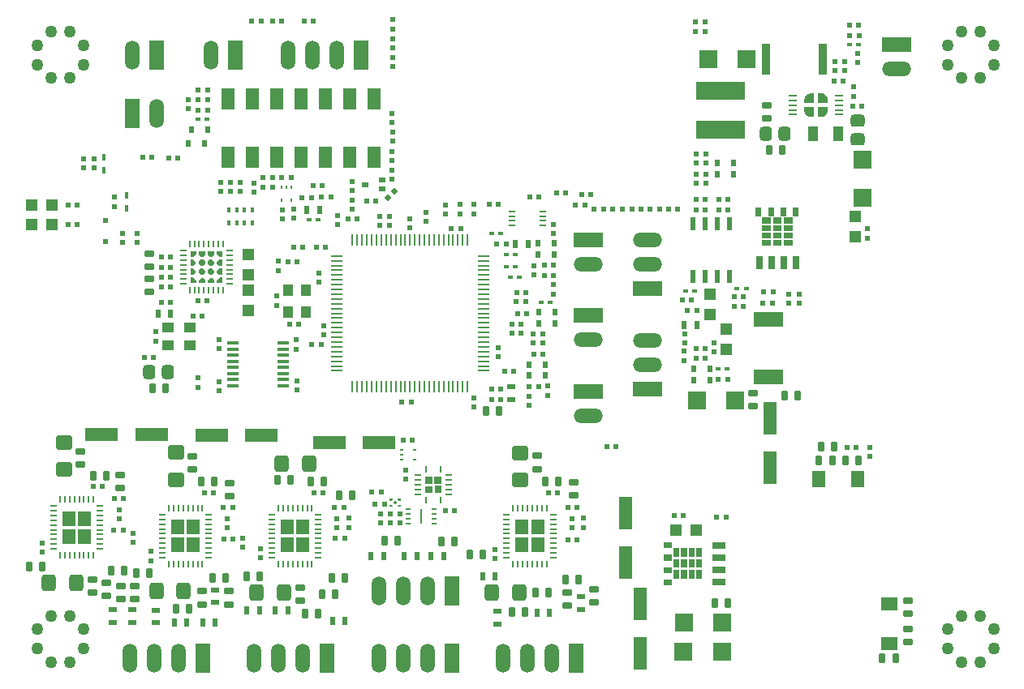
<source format=gtp>
G04*
G04 #@! TF.GenerationSoftware,Altium Limited,Altium Designer,18.1.9 (240)*
G04*
G04 Layer_Color=8421504*
%FSLAX25Y25*%
%MOIN*%
G70*
G01*
G75*
%ADD43O,0.11900X0.05900*%
%ADD44R,0.11900X0.05900*%
%ADD45R,0.05900X0.11900*%
%ADD46O,0.05900X0.11900*%
%ADD47R,0.05276X0.06181*%
%ADD48R,0.02600X0.05400*%
%ADD49R,0.05400X0.02600*%
G04:AMPARAMS|DCode=50|XSize=20mil|YSize=22mil|CornerRadius=3.4mil|HoleSize=0mil|Usage=FLASHONLY|Rotation=180.000|XOffset=0mil|YOffset=0mil|HoleType=Round|Shape=RoundedRectangle|*
%AMROUNDEDRECTD50*
21,1,0.02000,0.01520,0,0,180.0*
21,1,0.01320,0.02200,0,0,180.0*
1,1,0.00680,-0.00660,0.00760*
1,1,0.00680,0.00660,0.00760*
1,1,0.00680,0.00660,-0.00760*
1,1,0.00680,-0.00660,-0.00760*
%
%ADD50ROUNDEDRECTD50*%
G04:AMPARAMS|DCode=51|XSize=20mil|YSize=22mil|CornerRadius=3.4mil|HoleSize=0mil|Usage=FLASHONLY|Rotation=90.000|XOffset=0mil|YOffset=0mil|HoleType=Round|Shape=RoundedRectangle|*
%AMROUNDEDRECTD51*
21,1,0.02000,0.01520,0,0,90.0*
21,1,0.01320,0.02200,0,0,90.0*
1,1,0.00680,0.00760,0.00660*
1,1,0.00680,0.00760,-0.00660*
1,1,0.00680,-0.00760,-0.00660*
1,1,0.00680,-0.00760,0.00660*
%
%ADD51ROUNDEDRECTD51*%
%ADD52R,0.01965X0.01769*%
G04:AMPARAMS|DCode=53|XSize=20mil|YSize=22mil|CornerRadius=3.4mil|HoleSize=0mil|Usage=FLASHONLY|Rotation=225.000|XOffset=0mil|YOffset=0mil|HoleType=Round|Shape=RoundedRectangle|*
%AMROUNDEDRECTD53*
21,1,0.02000,0.01520,0,0,225.0*
21,1,0.01320,0.02200,0,0,225.0*
1,1,0.00680,-0.01004,0.00071*
1,1,0.00680,-0.00071,0.01004*
1,1,0.00680,0.01004,-0.00071*
1,1,0.00680,0.00071,-0.01004*
%
%ADD53ROUNDEDRECTD53*%
%ADD54R,0.05706X0.08973*%
%ADD55R,0.02950X0.00965*%
G04:AMPARAMS|DCode=56|XSize=27.13mil|YSize=37.37mil|CornerRadius=4.83mil|HoleSize=0mil|Usage=FLASHONLY|Rotation=180.000|XOffset=0mil|YOffset=0mil|HoleType=Round|Shape=RoundedRectangle|*
%AMROUNDEDRECTD56*
21,1,0.02713,0.02772,0,0,180.0*
21,1,0.01748,0.03737,0,0,180.0*
1,1,0.00965,-0.00874,0.01386*
1,1,0.00965,0.00874,0.01386*
1,1,0.00965,0.00874,-0.01386*
1,1,0.00965,-0.00874,-0.01386*
%
%ADD56ROUNDEDRECTD56*%
%ADD57R,0.19879X0.07615*%
%ADD58R,0.07700X0.07700*%
G04:AMPARAMS|DCode=59|XSize=50mil|YSize=58mil|CornerRadius=12mil|HoleSize=0mil|Usage=FLASHONLY|Rotation=270.000|XOffset=0mil|YOffset=0mil|HoleType=Round|Shape=RoundedRectangle|*
%AMROUNDEDRECTD59*
21,1,0.05000,0.03400,0,0,270.0*
21,1,0.02600,0.05800,0,0,270.0*
1,1,0.02400,-0.01700,-0.01300*
1,1,0.02400,-0.01700,0.01300*
1,1,0.02400,0.01700,0.01300*
1,1,0.02400,0.01700,-0.01300*
%
%ADD59ROUNDEDRECTD59*%
%ADD60R,0.04131X0.06493*%
%ADD61R,0.05233X0.06887*%
%ADD62R,0.01800X0.02600*%
%ADD63R,0.04800X0.01300*%
%ADD64R,0.12400X0.06100*%
G04:AMPARAMS|DCode=65|XSize=50mil|YSize=58mil|CornerRadius=12mil|HoleSize=0mil|Usage=FLASHONLY|Rotation=180.000|XOffset=0mil|YOffset=0mil|HoleType=Round|Shape=RoundedRectangle|*
%AMROUNDEDRECTD65*
21,1,0.05000,0.03400,0,0,180.0*
21,1,0.02600,0.05800,0,0,180.0*
1,1,0.02400,-0.01300,0.01700*
1,1,0.02400,0.01300,0.01700*
1,1,0.02400,0.01300,-0.01700*
1,1,0.02400,-0.01300,-0.01700*
%
%ADD65ROUNDEDRECTD65*%
%ADD66R,0.05000X0.04000*%
%ADD67R,0.01800X0.02400*%
G04:AMPARAMS|DCode=68|XSize=27.13mil|YSize=37.37mil|CornerRadius=4.83mil|HoleSize=0mil|Usage=FLASHONLY|Rotation=90.000|XOffset=0mil|YOffset=0mil|HoleType=Round|Shape=RoundedRectangle|*
%AMROUNDEDRECTD68*
21,1,0.02713,0.02772,0,0,90.0*
21,1,0.01748,0.03737,0,0,90.0*
1,1,0.00965,0.01386,0.00874*
1,1,0.00965,0.01386,-0.00874*
1,1,0.00965,-0.01386,-0.00874*
1,1,0.00965,-0.01386,0.00874*
%
%ADD68ROUNDEDRECTD68*%
%ADD69O,0.00784X0.04918*%
%ADD70O,0.04918X0.00784*%
%ADD71R,0.02200X0.02200*%
%ADD72R,0.03343X0.12792*%
%ADD73C,0.05000*%
G04:AMPARAMS|DCode=74|XSize=61mil|YSize=69mil|CornerRadius=14.75mil|HoleSize=0mil|Usage=FLASHONLY|Rotation=90.000|XOffset=0mil|YOffset=0mil|HoleType=Round|Shape=RoundedRectangle|*
%AMROUNDEDRECTD74*
21,1,0.06100,0.03950,0,0,90.0*
21,1,0.03150,0.06900,0,0,90.0*
1,1,0.02950,0.01975,0.01575*
1,1,0.02950,0.01975,-0.01575*
1,1,0.02950,-0.01975,-0.01575*
1,1,0.02950,-0.01975,0.01575*
%
%ADD74ROUNDEDRECTD74*%
%ADD75R,0.13186X0.05312*%
%ADD76R,0.02200X0.05800*%
%ADD77R,0.04600X0.04600*%
%ADD78R,0.02438X0.03265*%
%ADD79O,0.00784X0.03147*%
%ADD80O,0.03147X0.00784*%
G04:AMPARAMS|DCode=81|XSize=9.02mil|YSize=29.5mil|CornerRadius=3.41mil|HoleSize=0mil|Usage=FLASHONLY|Rotation=180.000|XOffset=0mil|YOffset=0mil|HoleType=Round|Shape=RoundedRectangle|*
%AMROUNDEDRECTD81*
21,1,0.00902,0.02268,0,0,180.0*
21,1,0.00221,0.02950,0,0,180.0*
1,1,0.00682,-0.00110,0.01134*
1,1,0.00682,0.00110,0.01134*
1,1,0.00682,0.00110,-0.01134*
1,1,0.00682,-0.00110,-0.01134*
%
%ADD81ROUNDEDRECTD81*%
G04:AMPARAMS|DCode=82|XSize=9.02mil|YSize=29.5mil|CornerRadius=3.41mil|HoleSize=0mil|Usage=FLASHONLY|Rotation=270.000|XOffset=0mil|YOffset=0mil|HoleType=Round|Shape=RoundedRectangle|*
%AMROUNDEDRECTD82*
21,1,0.00902,0.02268,0,0,270.0*
21,1,0.00221,0.02950,0,0,270.0*
1,1,0.00682,-0.01134,-0.00110*
1,1,0.00682,-0.01134,0.00110*
1,1,0.00682,0.01134,0.00110*
1,1,0.00682,0.01134,-0.00110*
%
%ADD82ROUNDEDRECTD82*%
%ADD83R,0.02162X0.02950*%
%ADD84R,0.03816X0.00965*%
%ADD85R,0.02950X0.01965*%
%ADD86R,0.01965X0.00784*%
%ADD87R,0.00587X0.06099*%
%ADD88R,0.01572X0.00981*%
%ADD89O,0.00902X0.02950*%
%ADD90O,0.02950X0.00902*%
%ADD91P,0.01849X4X180.0*%
%ADD92R,0.00981X0.01572*%
%ADD93R,0.03265X0.02438*%
%ADD94R,0.05312X0.13186*%
G04:AMPARAMS|DCode=95|XSize=61mil|YSize=69mil|CornerRadius=14.75mil|HoleSize=0mil|Usage=FLASHONLY|Rotation=180.000|XOffset=0mil|YOffset=0mil|HoleType=Round|Shape=RoundedRectangle|*
%AMROUNDEDRECTD95*
21,1,0.06100,0.03950,0,0,180.0*
21,1,0.03150,0.06900,0,0,180.0*
1,1,0.02950,-0.01575,0.01975*
1,1,0.02950,0.01575,0.01975*
1,1,0.02950,0.01575,-0.01975*
1,1,0.02950,-0.01575,-0.01975*
%
%ADD95ROUNDEDRECTD95*%
%ADD96R,0.04600X0.04600*%
%ADD97R,0.07700X0.07700*%
%ADD98R,0.04000X0.05000*%
%ADD99R,0.06887X0.05233*%
G36*
X243748Y19235D02*
X244000D01*
X244495Y19137D01*
X244960Y18944D01*
X245379Y18664D01*
X245736Y18308D01*
X246016Y17888D01*
X246209Y17423D01*
X246307Y16928D01*
Y16676D01*
X246307Y15220D01*
X242291Y15220D01*
X242291Y19235D01*
X243748Y19235D01*
D02*
G37*
G36*
X240756Y15180D02*
X236740Y15180D01*
X236740Y16637D01*
Y16889D01*
X236839Y17383D01*
X237031Y17849D01*
X237312Y18268D01*
X237668Y18625D01*
X238087Y18905D01*
X238553Y19098D01*
X239047Y19196D01*
X239299D01*
X240756Y19196D01*
X240756Y15180D01*
D02*
G37*
G36*
X246346Y12228D02*
Y11975D01*
X246248Y11481D01*
X246055Y11015D01*
X245775Y10596D01*
X245419Y10240D01*
X245000Y9960D01*
X244534Y9767D01*
X244039Y9668D01*
X243787D01*
X242331Y9668D01*
X242331Y13684D01*
X246346Y13684D01*
X246346Y12228D01*
D02*
G37*
G36*
X240795Y13645D02*
X240795Y9629D01*
X239339Y9629D01*
X239087D01*
X238592Y9727D01*
X238126Y9920D01*
X237707Y10200D01*
X237351Y10557D01*
X237071Y10976D01*
X236878Y11442D01*
X236780Y11936D01*
Y12188D01*
X236779Y13645D01*
X240795Y13645D01*
D02*
G37*
G36*
X234350Y-31267D02*
X231987D01*
Y-27724D01*
X234350D01*
Y-31267D01*
D02*
G37*
G36*
X229232D02*
X226869D01*
Y-27724D01*
X229232D01*
Y-31267D01*
D02*
G37*
G36*
X224212D02*
X221850D01*
Y-27724D01*
X224212D01*
Y-31267D01*
D02*
G37*
G36*
X219094D02*
X216732D01*
Y-27724D01*
X219094D01*
Y-31267D01*
D02*
G37*
G36*
X231987Y-34220D02*
X228444D01*
Y-31857D01*
X231987D01*
Y-34220D01*
D02*
G37*
G36*
X227460D02*
X223917D01*
Y-31857D01*
X227460D01*
Y-34220D01*
D02*
G37*
G36*
X222932D02*
X219389D01*
Y-31857D01*
X222932D01*
Y-34220D01*
D02*
G37*
G36*
X231987Y-37271D02*
X228444D01*
Y-34909D01*
X231987D01*
Y-37271D01*
D02*
G37*
G36*
X227460D02*
X223917D01*
Y-34909D01*
X227460D01*
Y-37271D01*
D02*
G37*
G36*
X222932D02*
X219389D01*
Y-34909D01*
X222932D01*
Y-37271D01*
D02*
G37*
G36*
X231987Y-40420D02*
X228444D01*
Y-38058D01*
X231987D01*
Y-40420D01*
D02*
G37*
G36*
X227460D02*
X223917D01*
Y-38058D01*
X227460D01*
Y-40420D01*
D02*
G37*
G36*
X222932D02*
X219389D01*
Y-38058D01*
X222932D01*
Y-40420D01*
D02*
G37*
G36*
X231987Y-43472D02*
X228444D01*
Y-41109D01*
X231987D01*
Y-43472D01*
D02*
G37*
G36*
X227460D02*
X223917D01*
Y-41109D01*
X227460D01*
Y-43472D01*
D02*
G37*
G36*
X222932D02*
X219389D01*
Y-41109D01*
X222932D01*
Y-43472D01*
D02*
G37*
G36*
X-5677Y-46920D02*
X-6668Y-47894D01*
X-7485D01*
X-8433Y-46961D01*
Y-45631D01*
X-5677D01*
Y-46920D01*
D02*
G37*
G36*
X-9417D02*
X-10408Y-47894D01*
X-11225D01*
X-12173Y-46961D01*
Y-45631D01*
X-9417D01*
Y-46920D01*
D02*
G37*
G36*
X-2331Y-48091D02*
X-3512D01*
X-4791Y-46812D01*
Y-45631D01*
X-2331D01*
Y-48091D01*
D02*
G37*
G36*
X-13059Y-46812D02*
X-14339Y-48091D01*
X-15520D01*
Y-45631D01*
X-13059D01*
Y-46812D01*
D02*
G37*
G36*
X-9516Y-49863D02*
Y-50847D01*
X-10303Y-51635D01*
X-11287D01*
X-12173Y-50749D01*
Y-49961D01*
X-11189Y-48977D01*
X-10402D01*
X-9516Y-49863D01*
D02*
G37*
G36*
X-2331Y-51733D02*
X-3619D01*
X-4594Y-50743D01*
Y-49925D01*
X-3661Y-48977D01*
X-2331D01*
Y-51733D01*
D02*
G37*
G36*
X-5677Y-49961D02*
Y-50749D01*
X-6661Y-51733D01*
X-7449D01*
X-8335Y-50847D01*
Y-49863D01*
X-7547Y-49076D01*
X-6563D01*
X-5677Y-49961D01*
D02*
G37*
G36*
X-13256Y-49961D02*
Y-50847D01*
X-14142Y-51733D01*
X-15520D01*
Y-48977D01*
X-14240D01*
X-13256Y-49961D01*
D02*
G37*
G36*
X-9516Y-53603D02*
Y-54587D01*
X-10303Y-55375D01*
X-11287D01*
X-12173Y-54489D01*
Y-53702D01*
X-11189Y-52717D01*
X-10402D01*
X-9516Y-53603D01*
D02*
G37*
G36*
X-2331Y-55473D02*
X-3610D01*
X-4594Y-54489D01*
Y-53603D01*
X-3709Y-52717D01*
X-2331D01*
Y-55473D01*
D02*
G37*
G36*
X-5677Y-53702D02*
Y-54489D01*
X-6661Y-55473D01*
X-7449D01*
X-8335Y-54587D01*
Y-53603D01*
X-7547Y-52816D01*
X-6563D01*
X-5677Y-53702D01*
D02*
G37*
G36*
X-13256Y-53708D02*
Y-54525D01*
X-14189Y-55473D01*
X-15520D01*
Y-52717D01*
X-14231D01*
X-13256Y-53708D01*
D02*
G37*
G36*
X-2331Y-58820D02*
X-4791D01*
Y-57639D01*
X-3512Y-56359D01*
X-2331D01*
Y-58820D01*
D02*
G37*
G36*
X-5677Y-57489D02*
Y-58820D01*
X-8433D01*
Y-57531D01*
X-7442Y-56556D01*
X-6625D01*
X-5677Y-57489D01*
D02*
G37*
G36*
X-9417D02*
Y-58820D01*
X-12173D01*
Y-57531D01*
X-11183Y-56556D01*
X-10365D01*
X-9417Y-57489D01*
D02*
G37*
G36*
X-13059Y-57639D02*
Y-58820D01*
X-15520D01*
Y-56359D01*
X-14339D01*
X-13059Y-57639D01*
D02*
G37*
G36*
X87657Y-141260D02*
X84784D01*
Y-138425D01*
X87657D01*
Y-141260D01*
D02*
G37*
G36*
X83878Y-141299D02*
X81043D01*
Y-138425D01*
X83878D01*
Y-141299D01*
D02*
G37*
G36*
X87657Y-145039D02*
X84823D01*
Y-142165D01*
X87657D01*
Y-145039D01*
D02*
G37*
G36*
X83917D02*
X81043D01*
Y-142205D01*
X83917D01*
Y-145039D01*
D02*
G37*
G36*
X71042Y-148227D02*
X70118Y-148227D01*
X69628Y-147736D01*
X69628Y-147403D01*
X71042D01*
Y-148227D01*
D02*
G37*
G36*
X67774Y-147736D02*
X67284Y-148227D01*
X66360Y-148227D01*
Y-147403D01*
X67774D01*
X67774Y-147736D01*
D02*
G37*
G36*
X71042Y-150825D02*
X69628D01*
X69628Y-150492D01*
X70118Y-150002D01*
X71042Y-150002D01*
Y-150825D01*
D02*
G37*
G36*
X67284Y-150002D02*
X67774Y-150492D01*
X67774Y-150825D01*
X66360D01*
Y-150002D01*
X67284Y-150002D01*
D02*
G37*
G36*
X182475Y-167758D02*
X178931D01*
Y-165396D01*
X182475D01*
Y-167758D01*
D02*
G37*
G36*
X194679Y-171302D02*
X192317D01*
Y-167758D01*
X194679D01*
Y-171302D01*
D02*
G37*
G36*
X191628D02*
X189266D01*
Y-167758D01*
X191628D01*
Y-171302D01*
D02*
G37*
G36*
X188479D02*
X186117D01*
Y-167758D01*
X188479D01*
Y-171302D01*
D02*
G37*
G36*
X185427D02*
X183065D01*
Y-167758D01*
X185427D01*
Y-171302D01*
D02*
G37*
G36*
X182475Y-172876D02*
X178931D01*
Y-170514D01*
X182475D01*
Y-172876D01*
D02*
G37*
G36*
X194679Y-175829D02*
X192317D01*
Y-172286D01*
X194679D01*
Y-175829D01*
D02*
G37*
G36*
X191628D02*
X189266D01*
Y-172286D01*
X191628D01*
Y-175829D01*
D02*
G37*
G36*
X188479D02*
X186117D01*
Y-172286D01*
X188479D01*
Y-175829D01*
D02*
G37*
G36*
X185427D02*
X183065D01*
Y-172286D01*
X185427D01*
Y-175829D01*
D02*
G37*
G36*
X182475Y-177896D02*
X178931D01*
Y-175534D01*
X182475D01*
Y-177896D01*
D02*
G37*
G36*
X194679Y-180357D02*
X192317D01*
Y-176813D01*
X194679D01*
Y-180357D01*
D02*
G37*
G36*
X191628D02*
X189266D01*
Y-176813D01*
X191628D01*
Y-180357D01*
D02*
G37*
G36*
X188479D02*
X186117D01*
Y-176813D01*
X188479D01*
Y-180357D01*
D02*
G37*
G36*
X185427D02*
X183065D01*
Y-176813D01*
X185427D01*
Y-180357D01*
D02*
G37*
G36*
X182475Y-183014D02*
X178931D01*
Y-180652D01*
X182475D01*
Y-183014D01*
D02*
G37*
G54D43*
X172375Y-82525D02*
D03*
Y-92525D02*
D03*
X148114Y-51060D02*
D03*
Y-82162D02*
D03*
Y-113265D02*
D03*
X274575Y29375D02*
D03*
X172475Y-51125D02*
D03*
Y-41125D02*
D03*
G54D44*
X172375Y-102525D02*
D03*
X148114Y-41060D02*
D03*
Y-72162D02*
D03*
Y-103265D02*
D03*
X274575Y39375D02*
D03*
X172475Y-61125D02*
D03*
G54D45*
X2900Y35000D02*
D03*
X54695Y35043D02*
D03*
X-10500Y-213000D02*
D03*
X40681D02*
D03*
X91862Y-185441D02*
D03*
Y-213000D02*
D03*
X143083Y-212961D02*
D03*
X-39200Y10900D02*
D03*
X-29200Y35000D02*
D03*
G54D46*
X-7100D02*
D03*
X24695Y35043D02*
D03*
X34695D02*
D03*
X44695D02*
D03*
X-20500Y-213000D02*
D03*
X-30500D02*
D03*
X-40500D02*
D03*
X30681D02*
D03*
X20681D02*
D03*
X10681D02*
D03*
X81862Y-185441D02*
D03*
X71862D02*
D03*
X61862D02*
D03*
X81862Y-213000D02*
D03*
X71862D02*
D03*
X61862D02*
D03*
X133083Y-212961D02*
D03*
X123083D02*
D03*
X113083D02*
D03*
X-29200Y10900D02*
D03*
X-39200Y35000D02*
D03*
G54D47*
X120742Y-166503D02*
D03*
X127204Y-159135D02*
D03*
X120747Y-159138D02*
D03*
X127203Y-166504D02*
D03*
X-58935Y-162904D02*
D03*
X-65391Y-155538D02*
D03*
X-58934Y-155535D02*
D03*
X-65395Y-162903D02*
D03*
X-14197Y-166504D02*
D03*
X-20654Y-159138D02*
D03*
X-14196Y-159135D02*
D03*
X-20658Y-166503D02*
D03*
X30803Y-166504D02*
D03*
X24346Y-159138D02*
D03*
X30804Y-159135D02*
D03*
X24342Y-166503D02*
D03*
G54D48*
X218188Y-50489D02*
D03*
X223188D02*
D03*
X228188D02*
D03*
X233188D02*
D03*
G54D49*
X201697Y-181558D02*
D03*
Y-176558D02*
D03*
Y-171557D02*
D03*
Y-166558D02*
D03*
G54D50*
X14430Y-15500D02*
D03*
X18170D02*
D03*
X89173Y-152461D02*
D03*
X92913D02*
D03*
X72047Y-123425D02*
D03*
X75787D02*
D03*
X60433Y-149606D02*
D03*
X64173D02*
D03*
X9781Y49025D02*
D03*
X13521D02*
D03*
X-34995Y-6875D02*
D03*
X-31255D02*
D03*
X-43155Y-160225D02*
D03*
X-46895D02*
D03*
X-51655Y-142525D02*
D03*
X-55395D02*
D03*
X-46595Y-147425D02*
D03*
X-42855D02*
D03*
X223523Y-67126D02*
D03*
X219783D02*
D03*
X143445Y-164225D02*
D03*
X139705D02*
D03*
X-23555Y-66725D02*
D03*
X-27295D02*
D03*
X135345Y-145025D02*
D03*
X131605D02*
D03*
X47845Y-163825D02*
D03*
X44105D02*
D03*
X1945Y-164025D02*
D03*
X-1795D02*
D03*
X29037Y-75705D02*
D03*
X25297D02*
D03*
X39045Y-145125D02*
D03*
X35305D02*
D03*
X-6055D02*
D03*
X-9795D02*
D03*
X252745Y24375D02*
D03*
X249005D02*
D03*
X169587Y-28425D02*
D03*
X165847D02*
D03*
X139605Y-150925D02*
D03*
X143345D02*
D03*
X43805D02*
D03*
X47545D02*
D03*
X-1857Y-151025D02*
D03*
X1883D02*
D03*
X155605Y-126025D02*
D03*
X159345D02*
D03*
X-23555Y-47925D02*
D03*
X-27295D02*
D03*
X-23555Y-60325D02*
D03*
X-27295D02*
D03*
X-8690Y-66047D02*
D03*
X-12430D02*
D03*
X-14295Y-72525D02*
D03*
X-10555D02*
D03*
X-34295Y-89225D02*
D03*
X-30555D02*
D03*
X71457Y-107677D02*
D03*
X75197D02*
D03*
X118505Y-62725D02*
D03*
X122245D02*
D03*
X28475Y-49938D02*
D03*
X24685D02*
D03*
X62825Y-144685D02*
D03*
X59035D02*
D03*
X18200Y-19400D02*
D03*
X14410D02*
D03*
X-61900Y-26725D02*
D03*
X-65690D02*
D03*
X-20700Y-7300D02*
D03*
X-24490D02*
D03*
X259175Y43120D02*
D03*
X255385D02*
D03*
X-12300Y20700D02*
D03*
X-8510D02*
D03*
X-12300Y16600D02*
D03*
X-8510D02*
D03*
X-8500Y12400D02*
D03*
X-12290D02*
D03*
X195828Y48518D02*
D03*
X192039D02*
D03*
X195828Y44518D02*
D03*
X192039D02*
D03*
X110975Y-26325D02*
D03*
X107185D02*
D03*
X204575Y-155125D02*
D03*
X200785D02*
D03*
X183275Y-154525D02*
D03*
X187065D02*
D03*
X-61925Y-34825D02*
D03*
X-65715D02*
D03*
X260375Y13875D02*
D03*
X256585D02*
D03*
X-23525Y-52225D02*
D03*
X-27315D02*
D03*
X-23525Y-56325D02*
D03*
X-27315D02*
D03*
X91702Y-36319D02*
D03*
X95492D02*
D03*
X25900Y-15500D02*
D03*
X22110D02*
D03*
X38711Y-18799D02*
D03*
X34921D02*
D03*
X30375Y-23625D02*
D03*
X34165D02*
D03*
X42254Y-23465D02*
D03*
X38464D02*
D03*
X255344Y47244D02*
D03*
X259134D02*
D03*
X211675Y-68325D02*
D03*
X207885D02*
D03*
X223875Y-62525D02*
D03*
X220085D02*
D03*
X211675Y-64425D02*
D03*
X207885D02*
D03*
X196000Y-28800D02*
D03*
X192210D02*
D03*
X205300D02*
D03*
X201510D02*
D03*
X192200Y-24500D02*
D03*
X195990D02*
D03*
X201500D02*
D03*
X205290D02*
D03*
X192600Y-69900D02*
D03*
X188810D02*
D03*
X201375Y-98425D02*
D03*
X205165D02*
D03*
X192175Y-89625D02*
D03*
X195965D02*
D03*
X195975Y-85625D02*
D03*
X192185D02*
D03*
X21939Y49016D02*
D03*
X18150D02*
D03*
X35010D02*
D03*
X31220D02*
D03*
X40065Y-43925D02*
D03*
X36275D02*
D03*
X30665D02*
D03*
X26875D02*
D03*
X49183Y-32283D02*
D03*
X52973D02*
D03*
X146546Y-26693D02*
D03*
X142756D02*
D03*
X123966Y-23307D02*
D03*
X127756D02*
D03*
X138632Y-21614D02*
D03*
X134843D02*
D03*
X129275Y-87925D02*
D03*
X125485D02*
D03*
X129975Y-51425D02*
D03*
X133765D02*
D03*
X111948Y-106604D02*
D03*
X108158D02*
D03*
X120275Y-79475D02*
D03*
X116485D02*
D03*
X110475Y-42825D02*
D03*
X114265D02*
D03*
X117475Y-95075D02*
D03*
X113685D02*
D03*
X120275Y-75575D02*
D03*
X116485D02*
D03*
X127575Y-101225D02*
D03*
X123785D02*
D03*
X118475Y-66525D02*
D03*
X122265D02*
D03*
X129975Y-55625D02*
D03*
X133765D02*
D03*
X108175Y-102425D02*
D03*
X111965D02*
D03*
X122775Y-71525D02*
D03*
X118985D02*
D03*
X186683Y-65765D02*
D03*
X190472D02*
D03*
X180974Y-28425D02*
D03*
X184764D02*
D03*
X173428D02*
D03*
X177217D02*
D03*
X158100D02*
D03*
X161890D02*
D03*
X149026Y-22520D02*
D03*
X145236D02*
D03*
X154252Y-28504D02*
D03*
X150462D02*
D03*
X38239Y-84173D02*
D03*
X34449D02*
D03*
X60660Y-24902D02*
D03*
X56870D02*
D03*
X254200Y-126300D02*
D03*
X257990D02*
D03*
G54D51*
X5100Y-17230D02*
D03*
Y-20970D02*
D03*
X1000Y-17230D02*
D03*
Y-20970D02*
D03*
X70571Y-157382D02*
D03*
Y-153642D02*
D03*
X66535Y-157382D02*
D03*
Y-153642D02*
D03*
X62500Y-157382D02*
D03*
Y-153642D02*
D03*
X27067Y-32028D02*
D03*
Y-28288D02*
D03*
X187598Y-83523D02*
D03*
Y-79783D02*
D03*
X-44825Y-151955D02*
D03*
Y-155695D02*
D03*
X-76325Y-169495D02*
D03*
Y-165755D02*
D03*
X-3658Y-81985D02*
D03*
Y-85725D02*
D03*
X28134Y-82143D02*
D03*
Y-85883D02*
D03*
X28232Y-102661D02*
D03*
Y-98921D02*
D03*
X-3559Y-102950D02*
D03*
Y-99209D02*
D03*
X13375Y-171795D02*
D03*
Y-168055D02*
D03*
X-43472Y-42095D02*
D03*
Y-38355D02*
D03*
X19875Y-64155D02*
D03*
Y-67895D02*
D03*
X-31725Y-172895D02*
D03*
Y-169155D02*
D03*
X81378Y-33484D02*
D03*
Y-29744D02*
D03*
X-225Y-155655D02*
D03*
Y-159395D02*
D03*
X44775Y-155555D02*
D03*
Y-159295D02*
D03*
X67682Y38043D02*
D03*
Y41783D02*
D03*
X196275Y-5605D02*
D03*
Y-9345D02*
D03*
X109775Y-171995D02*
D03*
Y-168255D02*
D03*
X141275Y-155555D02*
D03*
Y-159295D02*
D03*
X101024Y-106024D02*
D03*
Y-109764D02*
D03*
X-29625Y-82595D02*
D03*
Y-78855D02*
D03*
X20709Y-53602D02*
D03*
Y-49862D02*
D03*
X37477Y-54665D02*
D03*
Y-58405D02*
D03*
X111075Y-89068D02*
D03*
Y-85328D02*
D03*
X-59225Y-7555D02*
D03*
Y-11295D02*
D03*
X263800Y-126400D02*
D03*
Y-130190D02*
D03*
X10500Y-17700D02*
D03*
Y-21490D02*
D03*
X-3000Y-17200D02*
D03*
Y-20990D02*
D03*
X-37472Y-42124D02*
D03*
Y-38335D02*
D03*
X-16400Y12900D02*
D03*
Y16690D02*
D03*
X258504Y35758D02*
D03*
Y31969D02*
D03*
X74685Y-32234D02*
D03*
Y-36024D02*
D03*
X-12400Y-101600D02*
D03*
Y-97810D02*
D03*
X262800Y-36500D02*
D03*
Y-40290D02*
D03*
X-46628Y-23414D02*
D03*
Y-27204D02*
D03*
X-55125Y-11325D02*
D03*
Y-7535D02*
D03*
X192275Y-9375D02*
D03*
Y-5585D02*
D03*
X62205Y-35168D02*
D03*
Y-31378D02*
D03*
X192225Y-17825D02*
D03*
Y-14035D02*
D03*
X196325D02*
D03*
Y-17825D02*
D03*
X253175Y28575D02*
D03*
Y32365D02*
D03*
X249175Y32375D02*
D03*
Y28585D02*
D03*
X22146Y-28612D02*
D03*
Y-32402D02*
D03*
X146075Y-155525D02*
D03*
Y-159315D02*
D03*
X-39025Y-161625D02*
D03*
Y-165415D02*
D03*
X256975Y21875D02*
D03*
Y18085D02*
D03*
X49575Y-155525D02*
D03*
Y-159315D02*
D03*
X5875Y-163625D02*
D03*
Y-167415D02*
D03*
X89375Y-26625D02*
D03*
Y-30415D02*
D03*
X95175Y-26525D02*
D03*
Y-30315D02*
D03*
X100875Y-26525D02*
D03*
Y-30315D02*
D03*
X66240Y-35168D02*
D03*
Y-31378D02*
D03*
X230400Y-67000D02*
D03*
Y-63210D02*
D03*
X234500Y-67000D02*
D03*
Y-63210D02*
D03*
X199775Y-87125D02*
D03*
Y-83335D02*
D03*
X67441Y-8475D02*
D03*
Y-4685D02*
D03*
Y11113D02*
D03*
Y7323D02*
D03*
X67520Y3435D02*
D03*
Y-354D02*
D03*
X50827Y-24675D02*
D03*
Y-28465D02*
D03*
Y-16998D02*
D03*
Y-20787D02*
D03*
X44961Y-31013D02*
D03*
Y-34803D02*
D03*
X67677Y34065D02*
D03*
Y30275D02*
D03*
X67598Y45777D02*
D03*
Y49567D02*
D03*
X129475Y-79625D02*
D03*
Y-83415D02*
D03*
X125375Y-79625D02*
D03*
Y-83415D02*
D03*
X123775Y-109025D02*
D03*
Y-105235D02*
D03*
X125775Y-55425D02*
D03*
Y-51635D02*
D03*
X187343Y-90640D02*
D03*
Y-86850D02*
D03*
X133583Y-38400D02*
D03*
Y-34610D02*
D03*
X133637Y-63278D02*
D03*
Y-59488D02*
D03*
X131339Y-101171D02*
D03*
Y-104961D02*
D03*
X39272Y-80089D02*
D03*
Y-76299D02*
D03*
X67421Y-16172D02*
D03*
Y-12382D02*
D03*
X73130Y-139400D02*
D03*
Y-135610D02*
D03*
G54D52*
X114354Y-52162D02*
D03*
X118124D02*
D03*
X114305Y-47025D02*
D03*
X118075D02*
D03*
X205145Y-94125D02*
D03*
X201375D02*
D03*
X132264Y-66732D02*
D03*
X128494D02*
D03*
X115929Y-56296D02*
D03*
X119699D02*
D03*
X-8530Y8600D02*
D03*
X-12270D02*
D03*
X33405Y-32771D02*
D03*
X37145D02*
D03*
X111995Y-38225D02*
D03*
X108255D02*
D03*
X209130Y-60900D02*
D03*
X212900D02*
D03*
X191770Y-62000D02*
D03*
X188030D02*
D03*
X259114Y39409D02*
D03*
X255374D02*
D03*
G54D53*
X65487Y-23686D02*
D03*
X68167Y-21006D02*
D03*
G54D54*
X0Y-6949D02*
D03*
Y16949D02*
D03*
X10000Y-6949D02*
D03*
Y16949D02*
D03*
X20000Y-6949D02*
D03*
Y16949D02*
D03*
X30000Y-6949D02*
D03*
Y16949D02*
D03*
X40000Y-6949D02*
D03*
Y16949D02*
D03*
X50000Y-6949D02*
D03*
Y16949D02*
D03*
X60000Y-6949D02*
D03*
Y16949D02*
D03*
G54D55*
X116701Y-29247D02*
D03*
Y-31216D02*
D03*
Y-33184D02*
D03*
Y-35153D02*
D03*
X129299Y-29247D02*
D03*
Y-31216D02*
D03*
Y-33184D02*
D03*
Y-35153D02*
D03*
G54D56*
X-31152Y-102126D02*
D03*
X-25798D02*
D03*
X199998Y-190425D02*
D03*
X205352D02*
D03*
X126298Y-185925D02*
D03*
X131652D02*
D03*
X104752Y-170525D02*
D03*
X99398D02*
D03*
X122052Y-194125D02*
D03*
X116698D02*
D03*
X135652Y-140325D02*
D03*
X130298D02*
D03*
X138698Y-180725D02*
D03*
X144052D02*
D03*
X7498Y-179325D02*
D03*
X12852D02*
D03*
X38598Y-186625D02*
D03*
X43952D02*
D03*
X20198Y-139725D02*
D03*
X25552D02*
D03*
X69705Y-164665D02*
D03*
X64350D02*
D03*
X93052Y-165125D02*
D03*
X87698D02*
D03*
X45598Y-146125D02*
D03*
X50952D02*
D03*
X33998Y-140425D02*
D03*
X39352D02*
D03*
X48052Y-180025D02*
D03*
X42698D02*
D03*
X-10902Y-140425D02*
D03*
X-5548D02*
D03*
X-1148Y-180125D02*
D03*
X-6502D02*
D03*
X-16148Y-192825D02*
D03*
X-21502D02*
D03*
X-32223Y-177900D02*
D03*
X-37577D02*
D03*
X31698Y-194625D02*
D03*
X37052D02*
D03*
X243548Y-125875D02*
D03*
X248902D02*
D03*
X242798Y-131625D02*
D03*
X248152D02*
D03*
X253498D02*
D03*
X258852D02*
D03*
X227552Y-4125D02*
D03*
X222198D02*
D03*
X233852Y-105125D02*
D03*
X228498D02*
D03*
X-55502Y-137925D02*
D03*
X-50148D02*
D03*
X-42548Y-176925D02*
D03*
X-47902D02*
D03*
X-76248Y-175325D02*
D03*
X-81602D02*
D03*
X111240Y-111417D02*
D03*
X105886D02*
D03*
X274152Y-213025D02*
D03*
X268798D02*
D03*
G54D57*
X202275Y20149D02*
D03*
Y4401D02*
D03*
G54D58*
X197201Y33275D02*
D03*
X212975D02*
D03*
X208349Y-106925D02*
D03*
X192575D02*
D03*
X187146Y-198458D02*
D03*
X202921D02*
D03*
X202830Y-210442D02*
D03*
X187056D02*
D03*
G54D59*
X258575Y7915D02*
D03*
Y375D02*
D03*
G54D60*
X240358Y2675D02*
D03*
X250791D02*
D03*
G54D61*
X242565Y-139425D02*
D03*
X258785D02*
D03*
G54D62*
X-50925Y-12381D02*
D03*
Y-6869D02*
D03*
X-41608Y-22657D02*
D03*
Y-28168D02*
D03*
G54D63*
X22587Y-83471D02*
D03*
Y-85971D02*
D03*
X2051Y-101021D02*
D03*
X22587Y-98521D02*
D03*
X2051D02*
D03*
Y-93521D02*
D03*
X22587Y-101021D02*
D03*
X2051Y-96021D02*
D03*
X22587D02*
D03*
X22587Y-93521D02*
D03*
X22587Y-88471D02*
D03*
X2051Y-90971D02*
D03*
Y-88471D02*
D03*
Y-83471D02*
D03*
X22587Y-90971D02*
D03*
X2051Y-85971D02*
D03*
G54D64*
X222008Y-97417D02*
D03*
Y-73706D02*
D03*
G54D65*
X-32225Y-95225D02*
D03*
X-24685D02*
D03*
X221135Y2775D02*
D03*
X228675D02*
D03*
G54D66*
X-24653Y-84367D02*
D03*
X-15525D02*
D03*
Y-77025D02*
D03*
X-24653D02*
D03*
G54D67*
X9827Y-33996D02*
D03*
X6677D02*
D03*
X3502D02*
D03*
X302D02*
D03*
Y-28639D02*
D03*
X3502D02*
D03*
X6677D02*
D03*
X9827D02*
D03*
G54D68*
X-32425Y-57048D02*
D03*
Y-62402D02*
D03*
X-44225Y-137548D02*
D03*
Y-142902D02*
D03*
X126975Y-129848D02*
D03*
Y-135202D02*
D03*
X139275Y-186125D02*
D03*
Y-191480D02*
D03*
X150475Y-184748D02*
D03*
Y-190102D02*
D03*
X142075Y-140548D02*
D03*
Y-145902D02*
D03*
X29700Y-189277D02*
D03*
Y-183923D02*
D03*
X-10600Y-190877D02*
D03*
Y-185523D02*
D03*
X-14625Y-129948D02*
D03*
Y-135302D02*
D03*
X200Y-190877D02*
D03*
Y-185523D02*
D03*
X675Y-140948D02*
D03*
Y-146302D02*
D03*
X215775Y-104148D02*
D03*
Y-109502D02*
D03*
X221375Y8998D02*
D03*
Y14352D02*
D03*
X-55625Y-180648D02*
D03*
Y-186002D02*
D03*
X-49925Y-187402D02*
D03*
Y-182048D02*
D03*
X-60625Y-128048D02*
D03*
Y-133402D02*
D03*
X-44175Y-188779D02*
D03*
Y-183425D02*
D03*
X-38375Y-183448D02*
D03*
Y-188802D02*
D03*
X-32425Y-51903D02*
D03*
Y-46548D02*
D03*
X279175Y-189348D02*
D03*
Y-194702D02*
D03*
Y-201148D02*
D03*
Y-206502D02*
D03*
G54D69*
X98376Y-41107D02*
D03*
X96407D02*
D03*
X94439D02*
D03*
X92470D02*
D03*
X90502D02*
D03*
X88533D02*
D03*
X86565D02*
D03*
X84596D02*
D03*
X82628D02*
D03*
X80659D02*
D03*
X78690D02*
D03*
X76722D02*
D03*
X74753D02*
D03*
X72785D02*
D03*
X70816D02*
D03*
X68848D02*
D03*
X66879D02*
D03*
X64911D02*
D03*
X62942D02*
D03*
X60974D02*
D03*
X59005D02*
D03*
X57037D02*
D03*
X55068D02*
D03*
X53100D02*
D03*
X51131D02*
D03*
Y-101343D02*
D03*
X53100D02*
D03*
X55068D02*
D03*
X57037D02*
D03*
X59005D02*
D03*
X60974D02*
D03*
X62942D02*
D03*
X64911D02*
D03*
X66879D02*
D03*
X68848D02*
D03*
X70816D02*
D03*
X72785D02*
D03*
X74753D02*
D03*
X76722D02*
D03*
X78690D02*
D03*
X80659D02*
D03*
X82628D02*
D03*
X84596D02*
D03*
X86565D02*
D03*
X88533D02*
D03*
X90502D02*
D03*
X92470D02*
D03*
X94439D02*
D03*
X96407D02*
D03*
X98376D02*
D03*
G54D70*
X44635Y-47603D02*
D03*
Y-49572D02*
D03*
Y-51540D02*
D03*
Y-53509D02*
D03*
Y-55477D02*
D03*
Y-57446D02*
D03*
Y-59414D02*
D03*
Y-61383D02*
D03*
Y-63351D02*
D03*
Y-65320D02*
D03*
Y-67288D02*
D03*
Y-69257D02*
D03*
Y-71225D02*
D03*
Y-73194D02*
D03*
Y-75162D02*
D03*
Y-77131D02*
D03*
Y-79099D02*
D03*
Y-81068D02*
D03*
Y-83036D02*
D03*
Y-85005D02*
D03*
Y-86973D02*
D03*
Y-88942D02*
D03*
Y-90910D02*
D03*
Y-92879D02*
D03*
Y-94847D02*
D03*
X104872D02*
D03*
Y-92879D02*
D03*
Y-90910D02*
D03*
Y-88942D02*
D03*
Y-86973D02*
D03*
Y-85005D02*
D03*
Y-83036D02*
D03*
Y-81068D02*
D03*
Y-79099D02*
D03*
Y-77131D02*
D03*
Y-75162D02*
D03*
Y-73194D02*
D03*
Y-71225D02*
D03*
Y-69257D02*
D03*
Y-67288D02*
D03*
Y-65320D02*
D03*
Y-63351D02*
D03*
Y-61383D02*
D03*
Y-59414D02*
D03*
Y-57446D02*
D03*
Y-55477D02*
D03*
Y-53509D02*
D03*
Y-51540D02*
D03*
Y-49572D02*
D03*
Y-47603D02*
D03*
G54D71*
X-50508Y-41700D02*
D03*
Y-32969D02*
D03*
G54D72*
X244189Y33275D02*
D03*
X220961D02*
D03*
G54D73*
X309138Y-214564D02*
D03*
X301264D02*
D03*
X295752Y-209052D02*
D03*
Y-201178D02*
D03*
X301264Y-195666D02*
D03*
X309138D02*
D03*
X314650Y-201178D02*
D03*
Y-209052D02*
D03*
Y31106D02*
D03*
Y38980D02*
D03*
X309138Y44491D02*
D03*
X301264D02*
D03*
X295752Y38980D02*
D03*
Y31106D02*
D03*
X301264Y25594D02*
D03*
X309138D02*
D03*
X-59366Y31106D02*
D03*
Y38980D02*
D03*
X-64878Y44491D02*
D03*
X-72752D02*
D03*
X-78264Y38980D02*
D03*
Y31106D02*
D03*
X-72752Y25594D02*
D03*
X-64878D02*
D03*
X-59366Y-209052D02*
D03*
Y-201178D02*
D03*
X-64878Y-195666D02*
D03*
X-72752D02*
D03*
X-78264Y-201178D02*
D03*
Y-209052D02*
D03*
X-72752Y-214564D02*
D03*
X-64878D02*
D03*
G54D74*
X-67425Y-124225D02*
D03*
Y-135424D02*
D03*
X120100Y-128600D02*
D03*
Y-139798D02*
D03*
X-21425Y-139624D02*
D03*
Y-128425D02*
D03*
G54D75*
X-31389Y-121125D02*
D03*
X-51861D02*
D03*
X41502Y-124325D02*
D03*
X61975D02*
D03*
X-6700Y-121500D02*
D03*
X13772D02*
D03*
G54D76*
X200875Y-34383D02*
D03*
Y-56110D02*
D03*
X205875Y-34383D02*
D03*
X195875D02*
D03*
X190875D02*
D03*
X205875Y-56110D02*
D03*
X195875D02*
D03*
X190875D02*
D03*
G54D77*
X204775Y-77725D02*
D03*
Y-86059D02*
D03*
X8350Y-47143D02*
D03*
Y-55476D02*
D03*
X8252Y-69977D02*
D03*
Y-61643D02*
D03*
X197900Y-71534D02*
D03*
Y-63200D02*
D03*
X257800Y-39734D02*
D03*
Y-31400D02*
D03*
G54D78*
X-23607Y-71325D02*
D03*
X-28843D02*
D03*
X187343Y-75984D02*
D03*
X192579D02*
D03*
X126857Y-194525D02*
D03*
X132093D02*
D03*
X83357Y-171025D02*
D03*
X88593D02*
D03*
X72457D02*
D03*
X77693D02*
D03*
X58757D02*
D03*
X63993D02*
D03*
X37693Y-28771D02*
D03*
X32457D02*
D03*
X24618Y-193400D02*
D03*
X19382D02*
D03*
X109793Y-179225D02*
D03*
X104557D02*
D03*
X118057Y-42625D02*
D03*
X123293D02*
D03*
X-22118Y-198200D02*
D03*
X-16882D02*
D03*
X-10518Y-198300D02*
D03*
X-5282D02*
D03*
X7582Y-193400D02*
D03*
X12818D02*
D03*
X42882Y-197800D02*
D03*
X48118D02*
D03*
G54D79*
X117085Y-151304D02*
D03*
X119053D02*
D03*
X121022D02*
D03*
X122991D02*
D03*
X124959D02*
D03*
X126928D02*
D03*
X128896D02*
D03*
X130865D02*
D03*
Y-174335D02*
D03*
X128896D02*
D03*
X126928D02*
D03*
X124959D02*
D03*
X122991D02*
D03*
X121022D02*
D03*
X119053D02*
D03*
X117085D02*
D03*
X-69053Y-170735D02*
D03*
X-67084D02*
D03*
X-65116D02*
D03*
X-63147D02*
D03*
X-61179D02*
D03*
X-59210D02*
D03*
X-57242D02*
D03*
X-55273D02*
D03*
Y-147704D02*
D03*
X-57242D02*
D03*
X-59210D02*
D03*
X-61179D02*
D03*
X-63147D02*
D03*
X-65116D02*
D03*
X-67084D02*
D03*
X-69053D02*
D03*
X-24315Y-174335D02*
D03*
X-22346D02*
D03*
X-20378D02*
D03*
X-18409D02*
D03*
X-16441D02*
D03*
X-14472D02*
D03*
X-12504D02*
D03*
X-10535D02*
D03*
Y-151304D02*
D03*
X-12504D02*
D03*
X-14472D02*
D03*
X-16441D02*
D03*
X-18409D02*
D03*
X-20378D02*
D03*
X-22346D02*
D03*
X-24315D02*
D03*
X20685Y-174335D02*
D03*
X22654D02*
D03*
X24622D02*
D03*
X26591D02*
D03*
X28559D02*
D03*
X30528D02*
D03*
X32496D02*
D03*
X34465D02*
D03*
Y-151304D02*
D03*
X32496D02*
D03*
X30528D02*
D03*
X28559D02*
D03*
X26591D02*
D03*
X24622D02*
D03*
X22654D02*
D03*
X20685D02*
D03*
G54D80*
X133542Y-153961D02*
D03*
Y-155930D02*
D03*
Y-157898D02*
D03*
Y-159867D02*
D03*
Y-161835D02*
D03*
Y-163804D02*
D03*
Y-165772D02*
D03*
Y-167741D02*
D03*
Y-169709D02*
D03*
Y-171678D02*
D03*
X114408D02*
D03*
Y-169709D02*
D03*
Y-167741D02*
D03*
Y-165772D02*
D03*
Y-163804D02*
D03*
Y-161835D02*
D03*
Y-159867D02*
D03*
Y-157898D02*
D03*
Y-155930D02*
D03*
Y-153961D02*
D03*
X-71730Y-150361D02*
D03*
Y-152330D02*
D03*
Y-154298D02*
D03*
Y-156267D02*
D03*
Y-158235D02*
D03*
Y-160204D02*
D03*
Y-162172D02*
D03*
Y-164141D02*
D03*
Y-166109D02*
D03*
Y-168078D02*
D03*
X-52596D02*
D03*
Y-166109D02*
D03*
Y-164141D02*
D03*
Y-162172D02*
D03*
Y-160204D02*
D03*
Y-158235D02*
D03*
Y-156267D02*
D03*
Y-154298D02*
D03*
Y-152330D02*
D03*
Y-150361D02*
D03*
X-26992Y-153961D02*
D03*
Y-155930D02*
D03*
Y-157898D02*
D03*
Y-159867D02*
D03*
Y-161835D02*
D03*
Y-163804D02*
D03*
Y-165772D02*
D03*
Y-167741D02*
D03*
Y-169709D02*
D03*
Y-171678D02*
D03*
X-7858D02*
D03*
Y-169709D02*
D03*
Y-167741D02*
D03*
Y-165772D02*
D03*
Y-163804D02*
D03*
Y-161835D02*
D03*
Y-159867D02*
D03*
Y-157898D02*
D03*
Y-155930D02*
D03*
Y-153961D02*
D03*
X18008D02*
D03*
Y-155930D02*
D03*
Y-157898D02*
D03*
Y-159867D02*
D03*
Y-161835D02*
D03*
Y-163804D02*
D03*
Y-165772D02*
D03*
Y-167741D02*
D03*
Y-169709D02*
D03*
Y-171678D02*
D03*
X37142D02*
D03*
Y-169709D02*
D03*
Y-167741D02*
D03*
Y-165772D02*
D03*
Y-163804D02*
D03*
Y-161835D02*
D03*
Y-159867D02*
D03*
Y-157898D02*
D03*
Y-155930D02*
D03*
Y-153961D02*
D03*
G54D81*
X-15815Y-61674D02*
D03*
X-13847D02*
D03*
X-11878D02*
D03*
X-9909D02*
D03*
X-7941D02*
D03*
X-5972D02*
D03*
X-4004D02*
D03*
X-2035D02*
D03*
Y-42725D02*
D03*
X-4004D02*
D03*
X-5972D02*
D03*
X-7941D02*
D03*
X-9909D02*
D03*
X-11878D02*
D03*
X-13847D02*
D03*
X-15815D02*
D03*
G54D82*
X524Y-59115D02*
D03*
Y-57146D02*
D03*
Y-55178D02*
D03*
Y-53209D02*
D03*
Y-51241D02*
D03*
Y-49272D02*
D03*
Y-47304D02*
D03*
Y-45335D02*
D03*
X-18425D02*
D03*
Y-47304D02*
D03*
Y-49272D02*
D03*
Y-51241D02*
D03*
Y-53209D02*
D03*
Y-55178D02*
D03*
Y-57146D02*
D03*
Y-59115D02*
D03*
G54D83*
X-8454Y4400D02*
D03*
X-15146D02*
D03*
X134321Y-70625D02*
D03*
X127628D02*
D03*
X127428Y-42525D02*
D03*
X134121D02*
D03*
X127428Y-47125D02*
D03*
X134121D02*
D03*
X134321Y-75225D02*
D03*
X127628D02*
D03*
X123682Y-96825D02*
D03*
X130375D02*
D03*
X123628Y-92225D02*
D03*
X130321D02*
D03*
X200954Y-14100D02*
D03*
X207646D02*
D03*
X191428Y-98625D02*
D03*
X198121D02*
D03*
X191428Y-94025D02*
D03*
X198121D02*
D03*
X200954Y-9200D02*
D03*
X207646D02*
D03*
X-16346Y-1500D02*
D03*
X-9653D02*
D03*
G54D84*
X250992Y10495D02*
D03*
Y12464D02*
D03*
Y14432D02*
D03*
Y16401D02*
D03*
Y18369D02*
D03*
X232095Y10495D02*
D03*
Y12464D02*
D03*
Y14432D02*
D03*
Y16401D02*
D03*
Y18369D02*
D03*
G54D85*
X56201Y-18209D02*
D03*
X63287Y-16240D02*
D03*
Y-20177D02*
D03*
G54D86*
X74134Y-151772D02*
D03*
Y-153740D02*
D03*
Y-155709D02*
D03*
Y-157677D02*
D03*
X84528Y-151772D02*
D03*
Y-153740D02*
D03*
Y-155709D02*
D03*
Y-157677D02*
D03*
G54D87*
X79331Y-154724D02*
D03*
G54D88*
X71260Y-127348D02*
D03*
Y-129331D02*
D03*
Y-131313D02*
D03*
X76575Y-131299D02*
D03*
Y-127362D02*
D03*
G54D89*
X87303Y-148152D02*
D03*
X81398D02*
D03*
Y-135312D02*
D03*
X87303D02*
D03*
G54D90*
X77930Y-145669D02*
D03*
Y-143701D02*
D03*
Y-141732D02*
D03*
Y-139764D02*
D03*
Y-137795D02*
D03*
X90770D02*
D03*
Y-139764D02*
D03*
Y-141732D02*
D03*
Y-143701D02*
D03*
Y-145669D02*
D03*
G54D91*
X68701Y-149114D02*
D03*
G54D92*
X25984Y-24606D02*
D03*
X22047D02*
D03*
X22034Y-19291D02*
D03*
X24016D02*
D03*
X25998D02*
D03*
G54D93*
X144875Y-187707D02*
D03*
Y-192943D02*
D03*
X110775Y-193807D02*
D03*
Y-199043D02*
D03*
X-39200Y-193182D02*
D03*
Y-198418D02*
D03*
X116375Y-106743D02*
D03*
Y-101507D02*
D03*
X-47500Y-193182D02*
D03*
Y-198418D02*
D03*
X-29700Y-193200D02*
D03*
Y-198436D02*
D03*
X-5200Y-184882D02*
D03*
Y-190118D02*
D03*
G54D94*
X169375Y-190589D02*
D03*
Y-211061D02*
D03*
X163475Y-153389D02*
D03*
Y-173861D02*
D03*
X222575Y-114389D02*
D03*
Y-134861D02*
D03*
G54D95*
X108375Y-186025D02*
D03*
X119573D02*
D03*
X22002Y-132900D02*
D03*
X33200D02*
D03*
X-18202Y-185200D02*
D03*
X-29400D02*
D03*
X11700Y-186100D02*
D03*
X22898D02*
D03*
X-73525Y-182125D02*
D03*
X-62327D02*
D03*
G54D96*
X-72291Y-26725D02*
D03*
X-80625D02*
D03*
X-72291Y-34725D02*
D03*
X-80625D02*
D03*
X183941Y-160225D02*
D03*
X192275D02*
D03*
G54D97*
X260800Y-8000D02*
D03*
Y-23774D02*
D03*
G54D98*
X24489Y-70754D02*
D03*
Y-61626D02*
D03*
X31831D02*
D03*
Y-70754D02*
D03*
G54D99*
X271775Y-207035D02*
D03*
Y-190815D02*
D03*
M02*

</source>
